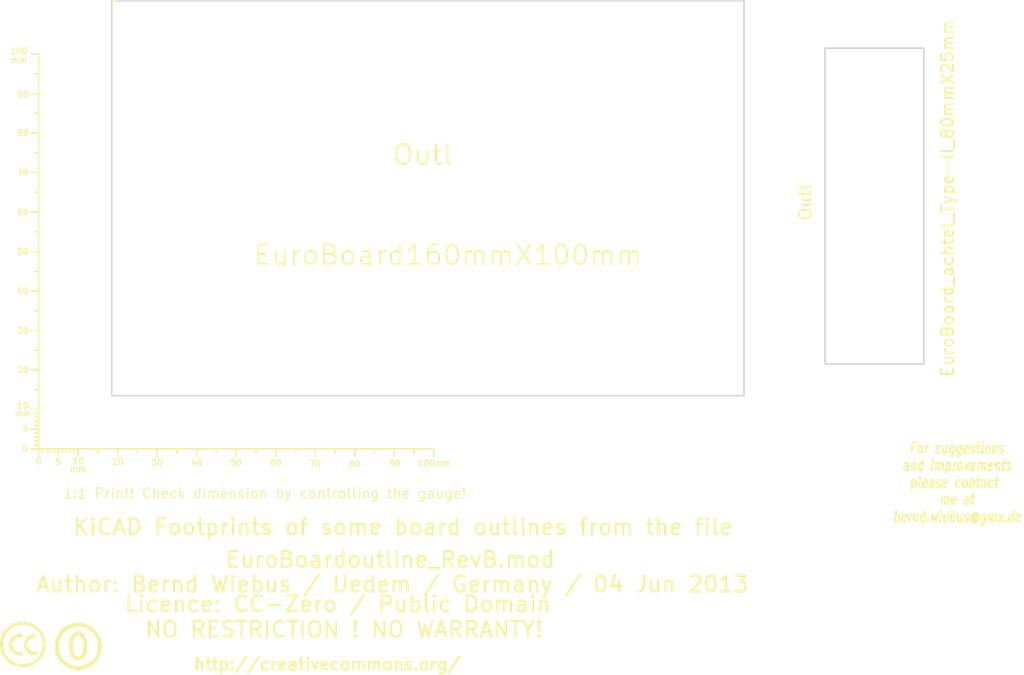
<source format=kicad_pcb>
(kicad_pcb (version 3) (host pcbnew "(2013-03-30 BZR 4007)-stable")

  (general
    (links 0)
    (no_connects 0)
    (area -16.90696 17.287177 274.02378 197.1694)
    (thickness 1.6002)
    (drawings 7)
    (tracks 0)
    (zones 0)
    (modules 5)
    (nets 1)
  )

  (page A4)
  (layers
    (15 Vorderseite signal)
    (0 Rückseite signal)
    (16 B.Adhes user)
    (17 F.Adhes user)
    (18 B.Paste user)
    (19 F.Paste user)
    (20 B.SilkS user)
    (21 F.SilkS user)
    (22 B.Mask user)
    (23 F.Mask user)
    (24 Dwgs.User user)
    (25 Cmts.User user)
    (26 Eco1.User user)
    (27 Eco2.User user)
    (28 Edge.Cuts user)
  )

  (setup
    (last_trace_width 0.2032)
    (trace_clearance 0.254)
    (zone_clearance 0.508)
    (zone_45_only no)
    (trace_min 0.2032)
    (segment_width 0.381)
    (edge_width 0.381)
    (via_size 0.889)
    (via_drill 0.635)
    (via_min_size 0.889)
    (via_min_drill 0.508)
    (uvia_size 0.508)
    (uvia_drill 0.127)
    (uvias_allowed no)
    (uvia_min_size 0.508)
    (uvia_min_drill 0.127)
    (pcb_text_width 0.3048)
    (pcb_text_size 1.524 2.032)
    (mod_edge_width 0.381)
    (mod_text_size 1.524 1.524)
    (mod_text_width 0.3048)
    (pad_size 1.524 1.524)
    (pad_drill 0.8128)
    (pad_to_mask_clearance 0.254)
    (aux_axis_origin 0 0)
    (visible_elements 7FFFFFFF)
    (pcbplotparams
      (layerselection 3178497)
      (usegerberextensions true)
      (excludeedgelayer true)
      (linewidth 60)
      (plotframeref false)
      (viasonmask false)
      (mode 1)
      (useauxorigin false)
      (hpglpennumber 1)
      (hpglpenspeed 20)
      (hpglpendiameter 15)
      (hpglpenoverlay 0)
      (psnegative false)
      (psa4output false)
      (plotreference true)
      (plotvalue true)
      (plotothertext true)
      (plotinvisibletext false)
      (padsonsilk false)
      (subtractmaskfromsilk false)
      (outputformat 1)
      (mirror false)
      (drillshape 1)
      (scaleselection 1)
      (outputdirectory ""))
  )

  (net 0 "")

  (net_class Default "Dies ist die voreingestellte Netzklasse."
    (clearance 0.254)
    (trace_width 0.2032)
    (via_dia 0.889)
    (via_drill 0.635)
    (uvia_dia 0.508)
    (uvia_drill 0.127)
    (add_net "")
  )

  (module Gauge_100mm_Type2_SilkScreenTop_RevA_Date22Jun2010 (layer Vorderseite) (tedit 4D963937) (tstamp 4D88F07A)
    (at 25 138)
    (descr "Gauge, Massstab, 100mm, SilkScreenTop, Type 2,")
    (tags "Gauge, Massstab, 100mm, SilkScreenTop, Type 2,")
    (path Gauge_100mm_Type2_SilkScreenTop_RevA_Date22Jun2010)
    (fp_text reference MSC (at 4.0005 8.99922) (layer F.SilkS) hide
      (effects (font (size 1.524 1.524) (thickness 0.3048)))
    )
    (fp_text value Gauge_100mm_Type2_SilkScreenTop_RevA_Date22Jun2010 (at 45.9994 8.99922) (layer F.SilkS) hide
      (effects (font (size 1.524 1.524) (thickness 0.3048)))
    )
    (fp_text user mm (at 9.99998 5.00126) (layer F.SilkS)
      (effects (font (size 1.524 1.524) (thickness 0.3048)))
    )
    (fp_text user mm (at -4.0005 -8.99922) (layer F.SilkS)
      (effects (font (size 1.524 1.524) (thickness 0.3048)))
    )
    (fp_text user mm (at -5.00126 -98.5012) (layer F.SilkS)
      (effects (font (size 1.524 1.524) (thickness 0.3048)))
    )
    (fp_text user 10 (at 10.00506 3.0988) (layer F.SilkS)
      (effects (font (size 1.50114 1.50114) (thickness 0.29972)))
    )
    (fp_text user 0 (at 0.00508 3.19786) (layer F.SilkS)
      (effects (font (size 1.39954 1.50114) (thickness 0.29972)))
    )
    (fp_text user 5 (at 5.0038 3.29946) (layer F.SilkS)
      (effects (font (size 1.50114 1.50114) (thickness 0.29972)))
    )
    (fp_text user 20 (at 20.1041 3.29946) (layer F.SilkS)
      (effects (font (size 1.50114 1.50114) (thickness 0.29972)))
    )
    (fp_text user 30 (at 30.00502 3.39852) (layer F.SilkS)
      (effects (font (size 1.50114 1.50114) (thickness 0.29972)))
    )
    (fp_text user 40 (at 40.005 3.50012) (layer F.SilkS)
      (effects (font (size 1.50114 1.50114) (thickness 0.29972)))
    )
    (fp_text user 50 (at 50.00498 3.50012) (layer F.SilkS)
      (effects (font (size 1.50114 1.50114) (thickness 0.29972)))
    )
    (fp_text user 60 (at 60.00496 3.50012) (layer F.SilkS)
      (effects (font (size 1.50114 1.50114) (thickness 0.29972)))
    )
    (fp_text user 70 (at 70.00494 3.70078) (layer F.SilkS)
      (effects (font (size 1.50114 1.50114) (thickness 0.29972)))
    )
    (fp_text user 80 (at 80.00492 3.79984) (layer F.SilkS)
      (effects (font (size 1.50114 1.50114) (thickness 0.29972)))
    )
    (fp_text user 90 (at 90.1065 3.60172) (layer F.SilkS)
      (effects (font (size 1.50114 1.50114) (thickness 0.29972)))
    )
    (fp_text user 100mm (at 100.10648 3.60172) (layer F.SilkS)
      (effects (font (size 1.50114 1.50114) (thickness 0.29972)))
    )
    (fp_line (start 0 -8.99922) (end -1.00076 -8.99922) (layer F.SilkS) (width 0.381))
    (fp_line (start 0 -8.001) (end -1.00076 -8.001) (layer F.SilkS) (width 0.381))
    (fp_line (start 0 -7.00024) (end -1.00076 -7.00024) (layer F.SilkS) (width 0.381))
    (fp_line (start 0 -5.99948) (end -1.00076 -5.99948) (layer F.SilkS) (width 0.381))
    (fp_line (start 0 -4.0005) (end -1.00076 -4.0005) (layer F.SilkS) (width 0.381))
    (fp_line (start 0 -2.99974) (end -1.00076 -2.99974) (layer F.SilkS) (width 0.381))
    (fp_line (start 0 -1.99898) (end -1.00076 -1.99898) (layer F.SilkS) (width 0.381))
    (fp_line (start 0 -1.00076) (end -1.00076 -1.00076) (layer F.SilkS) (width 0.381))
    (fp_line (start 0 0) (end -1.99898 0) (layer F.SilkS) (width 0.381))
    (fp_line (start 0 -5.00126) (end -1.99898 -5.00126) (layer F.SilkS) (width 0.381))
    (fp_line (start 0 -9.99998) (end -1.99898 -9.99998) (layer F.SilkS) (width 0.381))
    (fp_line (start 0 -15.00124) (end -1.00076 -15.00124) (layer F.SilkS) (width 0.381))
    (fp_line (start 0 -19.99996) (end -1.99898 -19.99996) (layer F.SilkS) (width 0.381))
    (fp_line (start 0 -25.00122) (end -1.00076 -25.00122) (layer F.SilkS) (width 0.381))
    (fp_line (start 0 -29.99994) (end -1.99898 -29.99994) (layer F.SilkS) (width 0.381))
    (fp_line (start 0 -35.0012) (end -1.00076 -35.0012) (layer F.SilkS) (width 0.381))
    (fp_line (start 0 -39.99992) (end -1.99898 -39.99992) (layer F.SilkS) (width 0.381))
    (fp_line (start 0 -45.00118) (end -1.00076 -45.00118) (layer F.SilkS) (width 0.381))
    (fp_line (start 0 -49.9999) (end -1.99898 -49.9999) (layer F.SilkS) (width 0.381))
    (fp_line (start 0 -55.00116) (end -1.00076 -55.00116) (layer F.SilkS) (width 0.381))
    (fp_line (start 0 -59.99988) (end -1.99898 -59.99988) (layer F.SilkS) (width 0.381))
    (fp_line (start 0 -65.00114) (end -1.00076 -65.00114) (layer F.SilkS) (width 0.381))
    (fp_line (start 0 -69.99986) (end -1.99898 -69.99986) (layer F.SilkS) (width 0.381))
    (fp_line (start 0 -75.00112) (end -1.00076 -75.00112) (layer F.SilkS) (width 0.381))
    (fp_line (start 0 -79.99984) (end -1.99898 -79.99984) (layer F.SilkS) (width 0.381))
    (fp_line (start 0 -85.0011) (end -1.00076 -85.0011) (layer F.SilkS) (width 0.381))
    (fp_line (start 0 -89.99982) (end -1.99898 -89.99982) (layer F.SilkS) (width 0.381))
    (fp_line (start 0 -95.00108) (end -1.00076 -95.00108) (layer F.SilkS) (width 0.381))
    (fp_line (start 0 0) (end 0 -99.9998) (layer F.SilkS) (width 0.381))
    (fp_line (start 0 -99.9998) (end -1.99898 -99.9998) (layer F.SilkS) (width 0.381))
    (fp_text user 100 (at -4.99872 -100.7491) (layer F.SilkS)
      (effects (font (size 1.50114 1.50114) (thickness 0.29972)))
    )
    (fp_text user 90 (at -4.0005 -89.7509) (layer F.SilkS)
      (effects (font (size 1.50114 1.50114) (thickness 0.29972)))
    )
    (fp_text user 80 (at -4.0005 -79.99984) (layer F.SilkS)
      (effects (font (size 1.50114 1.50114) (thickness 0.29972)))
    )
    (fp_text user 70 (at -4.0005 -69.99986) (layer F.SilkS)
      (effects (font (size 1.50114 1.50114) (thickness 0.29972)))
    )
    (fp_text user 60 (at -4.0005 -59.99988) (layer F.SilkS)
      (effects (font (size 1.50114 1.50114) (thickness 0.29972)))
    )
    (fp_text user 50 (at -4.0005 -49.9999) (layer F.SilkS)
      (effects (font (size 1.50114 1.50114) (thickness 0.34036)))
    )
    (fp_text user 40 (at -4.0005 -39.99992) (layer F.SilkS)
      (effects (font (size 1.50114 1.50114) (thickness 0.29972)))
    )
    (fp_text user 30 (at -4.0005 -29.99994) (layer F.SilkS)
      (effects (font (size 1.50114 1.50114) (thickness 0.29972)))
    )
    (fp_text user 20 (at -4.0005 -19.99996) (layer F.SilkS)
      (effects (font (size 1.50114 1.50114) (thickness 0.29972)))
    )
    (fp_line (start 95.00108 0) (end 95.00108 1.00076) (layer F.SilkS) (width 0.381))
    (fp_line (start 89.99982 0) (end 89.99982 1.99898) (layer F.SilkS) (width 0.381))
    (fp_line (start 85.0011 0) (end 85.0011 1.00076) (layer F.SilkS) (width 0.381))
    (fp_line (start 79.99984 0) (end 79.99984 1.99898) (layer F.SilkS) (width 0.381))
    (fp_line (start 75.00112 0) (end 75.00112 1.00076) (layer F.SilkS) (width 0.381))
    (fp_line (start 69.99986 0) (end 69.99986 1.99898) (layer F.SilkS) (width 0.381))
    (fp_line (start 65.00114 0) (end 65.00114 1.00076) (layer F.SilkS) (width 0.381))
    (fp_line (start 59.99988 0) (end 59.99988 1.99898) (layer F.SilkS) (width 0.381))
    (fp_line (start 55.00116 0) (end 55.00116 1.00076) (layer F.SilkS) (width 0.381))
    (fp_line (start 49.9999 0) (end 49.9999 1.99898) (layer F.SilkS) (width 0.381))
    (fp_line (start 45.00118 0) (end 45.00118 1.00076) (layer F.SilkS) (width 0.381))
    (fp_line (start 39.99992 0) (end 39.99992 1.99898) (layer F.SilkS) (width 0.381))
    (fp_line (start 35.0012 0) (end 35.0012 1.00076) (layer F.SilkS) (width 0.381))
    (fp_line (start 29.99994 0) (end 29.99994 1.99898) (layer F.SilkS) (width 0.381))
    (fp_line (start 25.00122 0) (end 25.00122 1.00076) (layer F.SilkS) (width 0.381))
    (fp_line (start 19.99996 0) (end 19.99996 1.99898) (layer F.SilkS) (width 0.381))
    (fp_line (start 15.00124 0) (end 15.00124 1.00076) (layer F.SilkS) (width 0.381))
    (fp_line (start 9.99998 0) (end 99.9998 0) (layer F.SilkS) (width 0.381))
    (fp_line (start 99.9998 0) (end 99.9998 1.99898) (layer F.SilkS) (width 0.381))
    (fp_text user 5 (at -3.302 -5.10286) (layer F.SilkS)
      (effects (font (size 1.50114 1.50114) (thickness 0.29972)))
    )
    (fp_text user 0 (at -3.4036 -0.10414) (layer F.SilkS)
      (effects (font (size 1.50114 1.50114) (thickness 0.29972)))
    )
    (fp_text user 10 (at -4.0005 -11.00074) (layer F.SilkS)
      (effects (font (size 1.50114 1.50114) (thickness 0.29972)))
    )
    (fp_line (start 8.99922 0) (end 8.99922 1.00076) (layer F.SilkS) (width 0.381))
    (fp_line (start 8.001 0) (end 8.001 1.00076) (layer F.SilkS) (width 0.381))
    (fp_line (start 7.00024 0) (end 7.00024 1.00076) (layer F.SilkS) (width 0.381))
    (fp_line (start 5.99948 0) (end 5.99948 1.00076) (layer F.SilkS) (width 0.381))
    (fp_line (start 4.0005 0) (end 4.0005 1.00076) (layer F.SilkS) (width 0.381))
    (fp_line (start 2.99974 0) (end 2.99974 1.00076) (layer F.SilkS) (width 0.381))
    (fp_line (start 1.99898 0) (end 1.99898 1.00076) (layer F.SilkS) (width 0.381))
    (fp_line (start 1.00076 0) (end 1.00076 1.00076) (layer F.SilkS) (width 0.381))
    (fp_line (start 5.00126 0) (end 5.00126 1.99898) (layer F.SilkS) (width 0.381))
    (fp_line (start 0 0) (end 0 1.99898) (layer F.SilkS) (width 0.381))
    (fp_line (start 0 0) (end 9.99998 0) (layer F.SilkS) (width 0.381))
    (fp_line (start 9.99998 0) (end 9.99998 1.99898) (layer F.SilkS) (width 0.381))
  )

  (module Symbol_CC-PublicDomain_SilkScreenTop_Big (layer Vorderseite) (tedit 515D641F) (tstamp 515F0B64)
    (at 35 188)
    (descr "Symbol, CC-PublicDomain, SilkScreen Top, Big,")
    (tags "Symbol, CC-PublicDomain, SilkScreen Top, Big,")
    (path Symbol_CC-Noncommercial_CopperTop_Big)
    (fp_text reference Sym (at 0.59944 -7.29996) (layer F.SilkS) hide
      (effects (font (size 1.524 1.524) (thickness 0.3048)))
    )
    (fp_text value Symbol_CC-PublicDomain_SilkScreenTop_Big (at 0.59944 8.001) (layer F.SilkS) hide
      (effects (font (size 1.524 1.524) (thickness 0.3048)))
    )
    (fp_circle (center 0 0) (end 5.8 -0.05) (layer F.SilkS) (width 0.381))
    (fp_circle (center 0 0) (end 5.5 0) (layer F.SilkS) (width 0.381))
    (fp_circle (center 0.05 0) (end 5.25 0) (layer F.SilkS) (width 0.381))
    (fp_line (start 1.1 -2.5) (end 1.4 -1.9) (layer F.SilkS) (width 0.381))
    (fp_line (start -1.8 1.2) (end -1.6 1.9) (layer F.SilkS) (width 0.381))
    (fp_line (start -1.6 1.9) (end -1.2 2.5) (layer F.SilkS) (width 0.381))
    (fp_line (start 0 -3) (end 0.75 -2.75) (layer F.SilkS) (width 0.381))
    (fp_line (start 0.75 -2.75) (end 1 -2.25) (layer F.SilkS) (width 0.381))
    (fp_line (start 1 -2.25) (end 1.5 -1) (layer F.SilkS) (width 0.381))
    (fp_line (start 1.5 -1) (end 1.5 -0.5) (layer F.SilkS) (width 0.381))
    (fp_line (start 1.5 -0.5) (end 1.5 0.5) (layer F.SilkS) (width 0.381))
    (fp_line (start 1.5 0.5) (end 1.25 1.5) (layer F.SilkS) (width 0.381))
    (fp_line (start 1.25 1.5) (end 0.75 2.5) (layer F.SilkS) (width 0.381))
    (fp_line (start 0.75 2.5) (end 0.25 2.75) (layer F.SilkS) (width 0.381))
    (fp_line (start 0.25 2.75) (end -0.25 2.75) (layer F.SilkS) (width 0.381))
    (fp_line (start -0.25 2.75) (end -0.75 2.5) (layer F.SilkS) (width 0.381))
    (fp_line (start -0.75 2.5) (end -1.25 1.75) (layer F.SilkS) (width 0.381))
    (fp_line (start -1.25 1.75) (end -1.5 0.75) (layer F.SilkS) (width 0.381))
    (fp_line (start -1.5 0.75) (end -1.5 -0.75) (layer F.SilkS) (width 0.381))
    (fp_line (start -1.5 -0.75) (end -1.25 -1.75) (layer F.SilkS) (width 0.381))
    (fp_line (start -1.25 -1.75) (end -1 -2.5) (layer F.SilkS) (width 0.381))
    (fp_line (start -1 -2.5) (end -0.3 -2.9) (layer F.SilkS) (width 0.381))
    (fp_line (start -0.3 -2.9) (end 0.2 -3) (layer F.SilkS) (width 0.381))
    (fp_line (start 0.2 -3) (end 0.8 -3) (layer F.SilkS) (width 0.381))
    (fp_line (start 0.8 -3) (end 1.4 -2.3) (layer F.SilkS) (width 0.381))
    (fp_line (start 1.4 -2.3) (end 1.6 -1.4) (layer F.SilkS) (width 0.381))
    (fp_line (start 1.6 -1.4) (end 1.7 -0.3) (layer F.SilkS) (width 0.381))
    (fp_line (start 1.7 -0.3) (end 1.7 0.9) (layer F.SilkS) (width 0.381))
    (fp_line (start 1.7 0.9) (end 1.4 1.8) (layer F.SilkS) (width 0.381))
    (fp_line (start 1.4 1.8) (end 1 2.7) (layer F.SilkS) (width 0.381))
    (fp_line (start 1 2.7) (end 0.5 3) (layer F.SilkS) (width 0.381))
    (fp_line (start 0.5 3) (end -0.4 3) (layer F.SilkS) (width 0.381))
    (fp_line (start -0.4 3) (end -1.3 2.3) (layer F.SilkS) (width 0.381))
    (fp_line (start -1.3 2.3) (end -1.7 1) (layer F.SilkS) (width 0.381))
    (fp_line (start -1.7 1) (end -1.8 -0.7) (layer F.SilkS) (width 0.381))
    (fp_line (start -1.8 -0.7) (end -1.4 -2.2) (layer F.SilkS) (width 0.381))
    (fp_line (start -1.4 -2.2) (end -1 -2.9) (layer F.SilkS) (width 0.381))
    (fp_line (start -1 -2.9) (end -0.2 -3.3) (layer F.SilkS) (width 0.381))
    (fp_line (start -0.2 -3.3) (end 0.7 -3.2) (layer F.SilkS) (width 0.381))
    (fp_line (start 0.7 -3.2) (end 1.3 -3.1) (layer F.SilkS) (width 0.381))
    (fp_line (start 1.3 -3.1) (end 1.7 -2.4) (layer F.SilkS) (width 0.381))
    (fp_line (start 1.7 -2.4) (end 2 -1.6) (layer F.SilkS) (width 0.381))
    (fp_line (start 2 -1.6) (end 2.1 -0.6) (layer F.SilkS) (width 0.381))
    (fp_line (start 2.1 -0.6) (end 2.1 0.3) (layer F.SilkS) (width 0.381))
    (fp_line (start 2.1 0.3) (end 2.1 1.3) (layer F.SilkS) (width 0.381))
    (fp_line (start 2.1 1.3) (end 1.9 1.8) (layer F.SilkS) (width 0.381))
    (fp_line (start 1.9 1.8) (end 1.5 2.6) (layer F.SilkS) (width 0.381))
    (fp_line (start 1.5 2.6) (end 1.1 3) (layer F.SilkS) (width 0.381))
    (fp_line (start 1.1 3) (end 0.4 3.3) (layer F.SilkS) (width 0.381))
    (fp_line (start 0.4 3.3) (end -0.1 3.4) (layer F.SilkS) (width 0.381))
    (fp_line (start -0.1 3.4) (end -0.8 3.2) (layer F.SilkS) (width 0.381))
    (fp_line (start -0.8 3.2) (end -1.5 2.6) (layer F.SilkS) (width 0.381))
    (fp_line (start -1.5 2.6) (end -1.9 1.7) (layer F.SilkS) (width 0.381))
    (fp_line (start -1.9 1.7) (end -2.1 0.4) (layer F.SilkS) (width 0.381))
    (fp_line (start -2.1 0.4) (end -2.1 -0.6) (layer F.SilkS) (width 0.381))
    (fp_line (start -2.1 -0.6) (end -2 -1.6) (layer F.SilkS) (width 0.381))
    (fp_line (start -2 -1.6) (end -1.7 -2.4) (layer F.SilkS) (width 0.381))
    (fp_line (start -1.7 -2.4) (end -1.2 -3.1) (layer F.SilkS) (width 0.381))
    (fp_line (start -1.2 -3.1) (end -0.4 -3.6) (layer F.SilkS) (width 0.381))
    (fp_line (start -0.4 -3.6) (end 0.4 -3.6) (layer F.SilkS) (width 0.381))
    (fp_line (start 0.4 -3.6) (end 1.1 -3.2) (layer F.SilkS) (width 0.381))
    (fp_line (start 1.1 -3.2) (end 1.1 -2.9) (layer F.SilkS) (width 0.381))
    (fp_line (start 1.1 -2.9) (end 1.8 -1.5) (layer F.SilkS) (width 0.381))
    (fp_line (start 1.8 -1.5) (end 1.8 -0.4) (layer F.SilkS) (width 0.381))
    (fp_line (start 1.8 -0.4) (end 1.8 1.1) (layer F.SilkS) (width 0.381))
    (fp_line (start 1.8 1.1) (end 1.2 2.6) (layer F.SilkS) (width 0.381))
    (fp_line (start 1.2 2.6) (end 0.2 3.2) (layer F.SilkS) (width 0.381))
    (fp_line (start 0.2 3.2) (end -0.5 3.2) (layer F.SilkS) (width 0.381))
    (fp_line (start -0.5 3.2) (end -1.1 2.7) (layer F.SilkS) (width 0.381))
    (fp_line (start -1.1 2.7) (end -1.9 0.6) (layer F.SilkS) (width 0.381))
    (fp_line (start -1.9 0.6) (end -1.7 -1.9) (layer F.SilkS) (width 0.381))
  )

  (module Symbol_CreativeCommons_SilkScreenTop_Type2_Big (layer Vorderseite) (tedit 515D640C) (tstamp 515F46B2)
    (at 21 187.5)
    (descr "Symbol, Creative Commons, SilkScreen Top, Type 2, Big,")
    (tags "Symbol, Creative Commons, SilkScreen Top, Type 2, Big,")
    (path Symbol_CreativeCommons_CopperTop_Type2_Big)
    (fp_text reference Sym (at 0.59944 -7.29996) (layer F.SilkS) hide
      (effects (font (size 1.524 1.524) (thickness 0.3048)))
    )
    (fp_text value Symbol_CreativeCommons_Typ2_SilkScreenTop_Big (at 0.59944 8.001) (layer F.SilkS) hide
      (effects (font (size 1.524 1.524) (thickness 0.3048)))
    )
    (fp_line (start -0.70104 2.70002) (end -0.29972 2.60096) (layer F.SilkS) (width 0.381))
    (fp_line (start -0.29972 2.60096) (end -0.20066 2.10058) (layer F.SilkS) (width 0.381))
    (fp_line (start -2.49936 -1.69926) (end -2.70002 -1.6002) (layer F.SilkS) (width 0.381))
    (fp_line (start -2.70002 -1.6002) (end -3.0988 -1.00076) (layer F.SilkS) (width 0.381))
    (fp_line (start -3.0988 -1.00076) (end -3.29946 -0.50038) (layer F.SilkS) (width 0.381))
    (fp_line (start -3.29946 -0.50038) (end -3.40106 0.39878) (layer F.SilkS) (width 0.381))
    (fp_line (start -3.40106 0.39878) (end -3.29946 0.89916) (layer F.SilkS) (width 0.381))
    (fp_line (start -0.19812 2.4003) (end -0.29718 2.59842) (layer F.SilkS) (width 0.381))
    (fp_line (start 3.70078 2.10058) (end 3.79984 2.4003) (layer F.SilkS) (width 0.381))
    (fp_line (start 2.99974 -2.4003) (end 3.29946 -2.30124) (layer F.SilkS) (width 0.381))
    (fp_line (start 3.29946 -2.30124) (end 3.0988 -1.99898) (layer F.SilkS) (width 0.381))
    (fp_line (start 0 -5.40004) (end -0.50038 -5.40004) (layer F.SilkS) (width 0.381))
    (fp_line (start -0.50038 -5.40004) (end -1.30048 -5.10032) (layer F.SilkS) (width 0.381))
    (fp_line (start -1.30048 -5.10032) (end -1.99898 -4.89966) (layer F.SilkS) (width 0.381))
    (fp_line (start -1.99898 -4.89966) (end -2.70002 -4.699) (layer F.SilkS) (width 0.381))
    (fp_line (start -2.70002 -4.699) (end -3.29946 -4.20116) (layer F.SilkS) (width 0.381))
    (fp_line (start -3.29946 -4.20116) (end -4.0005 -3.59918) (layer F.SilkS) (width 0.381))
    (fp_line (start -4.0005 -3.59918) (end -4.50088 -2.99974) (layer F.SilkS) (width 0.381))
    (fp_line (start -4.50088 -2.99974) (end -5.00126 -2.10058) (layer F.SilkS) (width 0.381))
    (fp_line (start -5.00126 -2.10058) (end -5.30098 -1.09982) (layer F.SilkS) (width 0.381))
    (fp_line (start -5.30098 -1.09982) (end -5.40004 0.09906) (layer F.SilkS) (width 0.381))
    (fp_line (start -5.40004 0.09906) (end -5.19938 1.30048) (layer F.SilkS) (width 0.381))
    (fp_line (start -5.19938 1.30048) (end -4.8006 2.4003) (layer F.SilkS) (width 0.381))
    (fp_line (start -4.8006 2.4003) (end -3.79984 3.8989) (layer F.SilkS) (width 0.381))
    (fp_line (start -3.79984 3.8989) (end -2.60096 4.8006) (layer F.SilkS) (width 0.381))
    (fp_line (start -2.60096 4.8006) (end -1.30048 5.30098) (layer F.SilkS) (width 0.381))
    (fp_line (start -1.30048 5.30098) (end 0.09906 5.30098) (layer F.SilkS) (width 0.381))
    (fp_line (start 0.09906 5.30098) (end 1.6002 5.19938) (layer F.SilkS) (width 0.381))
    (fp_line (start 1.6002 5.19938) (end 2.60096 4.699) (layer F.SilkS) (width 0.381))
    (fp_line (start 2.60096 4.699) (end 4.20116 3.40106) (layer F.SilkS) (width 0.381))
    (fp_line (start 4.20116 3.40106) (end 5.00126 1.80086) (layer F.SilkS) (width 0.381))
    (fp_line (start 5.00126 1.80086) (end 5.40004 0.29972) (layer F.SilkS) (width 0.381))
    (fp_line (start 5.40004 0.29972) (end 5.19938 -1.39954) (layer F.SilkS) (width 0.381))
    (fp_line (start 5.19938 -1.39954) (end 4.699 -2.49936) (layer F.SilkS) (width 0.381))
    (fp_line (start 4.699 -2.49936) (end 3.40106 -4.09956) (layer F.SilkS) (width 0.381))
    (fp_line (start 3.40106 -4.09956) (end 2.4003 -4.8006) (layer F.SilkS) (width 0.381))
    (fp_line (start 2.4003 -4.8006) (end 1.39954 -5.19938) (layer F.SilkS) (width 0.381))
    (fp_line (start 1.39954 -5.19938) (end 0 -5.30098) (layer F.SilkS) (width 0.381))
    (fp_line (start 0.60198 -0.70104) (end 0.50292 -0.20066) (layer F.SilkS) (width 0.381))
    (fp_line (start 0.50292 -0.20066) (end 0.50292 0.49784) (layer F.SilkS) (width 0.381))
    (fp_line (start 0.50292 0.49784) (end 0.60198 1.09982) (layer F.SilkS) (width 0.381))
    (fp_line (start 0.60198 1.09982) (end 1.00076 1.69926) (layer F.SilkS) (width 0.381))
    (fp_line (start 1.00076 1.69926) (end 1.50114 2.19964) (layer F.SilkS) (width 0.381))
    (fp_line (start 1.50114 2.19964) (end 2.10058 2.49936) (layer F.SilkS) (width 0.381))
    (fp_line (start 2.10058 2.49936) (end 2.60096 2.59842) (layer F.SilkS) (width 0.381))
    (fp_line (start 2.60096 2.59842) (end 3.00228 2.59842) (layer F.SilkS) (width 0.381))
    (fp_line (start 3.00228 2.59842) (end 3.40106 2.59842) (layer F.SilkS) (width 0.381))
    (fp_line (start 3.40106 2.59842) (end 3.80238 2.49936) (layer F.SilkS) (width 0.381))
    (fp_line (start 3.80238 2.49936) (end 3.70078 2.2987) (layer F.SilkS) (width 0.381))
    (fp_line (start 3.70078 2.2987) (end 2.80162 2.4003) (layer F.SilkS) (width 0.381))
    (fp_line (start 2.80162 2.4003) (end 1.80086 2.09804) (layer F.SilkS) (width 0.381))
    (fp_line (start 1.80086 2.09804) (end 1.20142 1.6002) (layer F.SilkS) (width 0.381))
    (fp_line (start 1.20142 1.6002) (end 0.80264 0.6985) (layer F.SilkS) (width 0.381))
    (fp_line (start 0.80264 0.6985) (end 0.70104 -0.29972) (layer F.SilkS) (width 0.381))
    (fp_line (start 0.70104 -0.29972) (end 1.00076 -1.00076) (layer F.SilkS) (width 0.381))
    (fp_line (start 1.00076 -1.00076) (end 1.60274 -1.7018) (layer F.SilkS) (width 0.381))
    (fp_line (start 1.60274 -1.7018) (end 2.30124 -2.10058) (layer F.SilkS) (width 0.381))
    (fp_line (start 2.30124 -2.10058) (end 3.00228 -2.10058) (layer F.SilkS) (width 0.381))
    (fp_line (start 3.00228 -2.10058) (end 3.10134 -1.89992) (layer F.SilkS) (width 0.381))
    (fp_line (start 3.10134 -1.89992) (end 2.5019 -1.89992) (layer F.SilkS) (width 0.381))
    (fp_line (start 2.5019 -1.89992) (end 1.80086 -1.6002) (layer F.SilkS) (width 0.381))
    (fp_line (start 1.80086 -1.6002) (end 1.30048 -1.00076) (layer F.SilkS) (width 0.381))
    (fp_line (start 1.30048 -1.00076) (end 1.00076 -0.40132) (layer F.SilkS) (width 0.381))
    (fp_line (start 1.00076 -0.40132) (end 1.00076 0.09906) (layer F.SilkS) (width 0.381))
    (fp_line (start 1.00076 0.09906) (end 1.00076 0.6985) (layer F.SilkS) (width 0.381))
    (fp_line (start 1.00076 0.6985) (end 1.30048 1.19888) (layer F.SilkS) (width 0.381))
    (fp_line (start 1.30048 1.19888) (end 1.7018 1.69926) (layer F.SilkS) (width 0.381))
    (fp_line (start 1.7018 1.69926) (end 2.30124 1.99898) (layer F.SilkS) (width 0.381))
    (fp_line (start 2.30124 1.99898) (end 2.90068 2.09804) (layer F.SilkS) (width 0.381))
    (fp_line (start 2.90068 2.09804) (end 3.40106 2.09804) (layer F.SilkS) (width 0.381))
    (fp_line (start 3.40106 2.09804) (end 3.70078 1.99898) (layer F.SilkS) (width 0.381))
    (fp_line (start 3.00228 -2.4003) (end 2.40284 -2.4003) (layer F.SilkS) (width 0.381))
    (fp_line (start 2.40284 -2.4003) (end 2.00152 -2.20218) (layer F.SilkS) (width 0.381))
    (fp_line (start 2.00152 -2.20218) (end 1.50114 -2.00152) (layer F.SilkS) (width 0.381))
    (fp_line (start 1.50114 -2.00152) (end 1.10236 -1.6002) (layer F.SilkS) (width 0.381))
    (fp_line (start 1.10236 -1.6002) (end 0.80264 -1.09982) (layer F.SilkS) (width 0.381))
    (fp_line (start 0.80264 -1.09982) (end 0.60198 -0.70104) (layer F.SilkS) (width 0.381))
    (fp_line (start -0.39878 -1.99898) (end -0.89916 -1.99898) (layer F.SilkS) (width 0.381))
    (fp_line (start -0.89916 -1.99898) (end -1.39954 -1.89738) (layer F.SilkS) (width 0.381))
    (fp_line (start -1.39954 -1.89738) (end -1.89992 -1.59766) (layer F.SilkS) (width 0.381))
    (fp_line (start -1.89992 -1.59766) (end -2.4003 -1.19888) (layer F.SilkS) (width 0.381))
    (fp_line (start -2.4003 -1.30048) (end -2.70002 -0.8001) (layer F.SilkS) (width 0.381))
    (fp_line (start -2.70002 -0.8001) (end -2.79908 -0.29972) (layer F.SilkS) (width 0.381))
    (fp_line (start -2.79908 -0.29972) (end -2.79908 0.20066) (layer F.SilkS) (width 0.381))
    (fp_line (start -2.79908 0.20066) (end -2.59842 1.00076) (layer F.SilkS) (width 0.381))
    (fp_line (start -2.69748 1.00076) (end -2.39776 1.39954) (layer F.SilkS) (width 0.381))
    (fp_line (start -2.29616 1.4986) (end -1.79578 1.89992) (layer F.SilkS) (width 0.381))
    (fp_line (start -1.79578 1.89992) (end -1.29794 2.09804) (layer F.SilkS) (width 0.381))
    (fp_line (start -1.29794 2.09804) (end -0.89662 2.19964) (layer F.SilkS) (width 0.381))
    (fp_line (start -0.89662 2.19964) (end -0.49784 2.19964) (layer F.SilkS) (width 0.381))
    (fp_line (start -0.49784 2.19964) (end -0.19812 2.09804) (layer F.SilkS) (width 0.381))
    (fp_line (start -0.19812 2.09804) (end -0.29718 2.4003) (layer F.SilkS) (width 0.381))
    (fp_line (start -0.29718 2.4003) (end -0.89662 2.49936) (layer F.SilkS) (width 0.381))
    (fp_line (start -0.89662 2.49936) (end -1.59766 2.2987) (layer F.SilkS) (width 0.381))
    (fp_line (start -1.59766 2.2987) (end -2.29616 1.79832) (layer F.SilkS) (width 0.381))
    (fp_line (start -2.29616 1.79832) (end -2.79654 1.29794) (layer F.SilkS) (width 0.381))
    (fp_line (start -2.79908 1.39954) (end -2.99974 0.70104) (layer F.SilkS) (width 0.381))
    (fp_line (start -2.99974 0.70104) (end -3.0988 0) (layer F.SilkS) (width 0.381))
    (fp_line (start -3.0988 0) (end -2.99974 -0.59944) (layer F.SilkS) (width 0.381))
    (fp_line (start -2.99974 -0.8001) (end -2.70002 -1.30048) (layer F.SilkS) (width 0.381))
    (fp_line (start -2.70002 -1.09982) (end -2.19964 -1.6002) (layer F.SilkS) (width 0.381))
    (fp_line (start -2.19964 -1.69926) (end -1.69926 -1.99898) (layer F.SilkS) (width 0.381))
    (fp_line (start -1.69926 -1.99898) (end -1.19888 -2.19964) (layer F.SilkS) (width 0.381))
    (fp_line (start -1.19888 -2.19964) (end -0.6985 -2.19964) (layer F.SilkS) (width 0.381))
    (fp_line (start -0.6985 -2.19964) (end -0.29972 -2.19964) (layer F.SilkS) (width 0.381))
    (fp_line (start -0.29972 -2.19964) (end -0.20066 -2.39776) (layer F.SilkS) (width 0.381))
    (fp_line (start -0.20066 -2.39776) (end -0.59944 -2.49936) (layer F.SilkS) (width 0.381))
    (fp_line (start -0.59944 -2.49936) (end -1.00076 -2.49936) (layer F.SilkS) (width 0.381))
    (fp_line (start -1.00076 -2.49936) (end -1.4986 -2.39776) (layer F.SilkS) (width 0.381))
    (fp_line (start -1.4986 -2.39776) (end -2.10058 -2.09804) (layer F.SilkS) (width 0.381))
    (fp_line (start -2.10058 -2.09804) (end -2.59842 -1.69926) (layer F.SilkS) (width 0.381))
    (fp_line (start -2.59842 -1.6002) (end -3.0988 -0.89916) (layer F.SilkS) (width 0.381))
    (fp_line (start -3.0988 -0.89916) (end -3.29946 -0.29972) (layer F.SilkS) (width 0.381))
    (fp_line (start -3.29946 -0.29972) (end -3.29946 0.40132) (layer F.SilkS) (width 0.381))
    (fp_line (start -3.29946 0.40132) (end -3.2004 1.00076) (layer F.SilkS) (width 0.381))
    (fp_line (start -3.29946 0.8001) (end -2.99974 1.39954) (layer F.SilkS) (width 0.381))
    (fp_line (start -2.89814 1.4986) (end -2.49682 1.99898) (layer F.SilkS) (width 0.381))
    (fp_line (start -2.49682 1.99898) (end -1.89738 2.4003) (layer F.SilkS) (width 0.381))
    (fp_line (start -1.89738 2.4003) (end -1.19634 2.59842) (layer F.SilkS) (width 0.381))
    (fp_line (start -1.19634 2.59842) (end -0.69596 2.70002) (layer F.SilkS) (width 0.381))
    (fp_line (start -2.9972 1.19888) (end -2.59842 1.19888) (layer F.SilkS) (width 0.381))
    (fp_circle (center 0 0) (end 5.08 1.016) (layer F.SilkS) (width 0.381))
    (fp_circle (center 0 0) (end 5.588 0) (layer F.SilkS) (width 0.381))
  )

  (module EuroBoard160mmX100mm (layer Vorderseite) (tedit 4BAFCCC6) (tstamp 51AE19F8)
    (at 43.5 124.5)
    (descr "Outline, Eurocard, 100x160mm,")
    (tags "Outline, Eurocard, 100x160mm,")
    (fp_text reference Outl (at 78.74 -60.96) (layer F.SilkS)
      (effects (font (size 5.00126 5.00126) (thickness 0.50038)))
    )
    (fp_text value EuroBoard160mmX100mm (at 85.09 -35.56) (layer F.SilkS)
      (effects (font (size 5.00126 5.00126) (thickness 0.50038)))
    )
    (fp_line (start 1.00076 -99.9998) (end 0 -99.9998) (layer F.SilkS) (width 0.381))
    (fp_line (start 0 -99.9998) (end 0 0) (layer Edge.Cuts) (width 0.381))
    (fp_line (start 0 0) (end 159.99968 0) (layer Edge.Cuts) (width 0.381))
    (fp_line (start 159.99968 0) (end 159.99968 -99.9998) (layer Edge.Cuts) (width 0.381))
    (fp_line (start 159.99968 -99.9998) (end 1.00076 -99.9998) (layer Edge.Cuts) (width 0.381))
  )

  (module EuroBoard_achtel_Type-II_80mmX25mm (layer Vorderseite) (tedit 51AE1D14) (tstamp 51AE1B18)
    (at 249 116.5 90)
    (descr "Outline, Eurocard 1/8, Type II,  80x25mm,")
    (tags "Outline, Eurocard 1/8, Type I, 80x25mm,")
    (fp_text reference Outl (at 41.00068 -29.99994 90) (layer F.SilkS)
      (effects (font (size 2.99974 2.99974) (thickness 0.50038)))
    )
    (fp_text value EuroBoard_achtel_Type-II_80mmX25mm (at 41.9989 5.99948 90) (layer F.SilkS)
      (effects (font (size 3.00228 3.00228) (thickness 0.50038)))
    )
    (fp_line (start 0 0) (end 79.99984 0) (layer Edge.Cuts) (width 0.381))
    (fp_line (start 79.99984 0) (end 79.99984 -25.00122) (layer Edge.Cuts) (width 0.381))
    (fp_line (start 79.99984 -25.00122) (end 0 -25.00122) (layer Edge.Cuts) (width 0.381))
    (fp_line (start 0 -25.00122) (end 0 0) (layer Edge.Cuts) (width 0.381))
  )

  (gr_text http://creativecommons.org/ (at 98 192.5) (layer F.SilkS)
    (effects (font (size 3 3) (thickness 0.6)))
  )
  (gr_text "For suggestions\nand improvements\nplease contact \nme at\nbernd.wiebus@gmx.de" (at 257.41884 146.4691) (layer F.SilkS)
    (effects (font (size 2.70002 1.99898) (thickness 0.50038) italic))
  )
  (gr_text "1:1 Print! Check dimension by controlling the gauge!" (at 82.24882 149.25014) (layer F.SilkS)
    (effects (font (size 2.49936 2.49936) (thickness 0.29972)))
  )
  (gr_text "Licence: CC-Zero / Public Domain \nNO RESTRICTION ! NO WARRANTY!" (at 102.2501 180.50064) (layer F.SilkS)
    (effects (font (size 4.0005 4.0005) (thickness 0.59944)))
  )
  (gr_text "Author: Bernd Wiebus / Uedem / Germany / 04 Jun 2013" (at 114.50012 172.24958) (layer F.SilkS)
    (effects (font (size 4.0005 4.0005) (thickness 0.59944)))
  )
  (gr_text EuroBoardoutline_RevB.mod (at 114.00028 165.9989) (layer F.SilkS)
    (effects (font (size 4.0005 4.0005) (thickness 0.59944)))
  )
  (gr_text "KiCAD Footprints of some board outlines from the file " (at 118.75008 157.74898) (layer F.SilkS)
    (effects (font (size 4.0005 4.0005) (thickness 0.59944)))
  )

)

</source>
